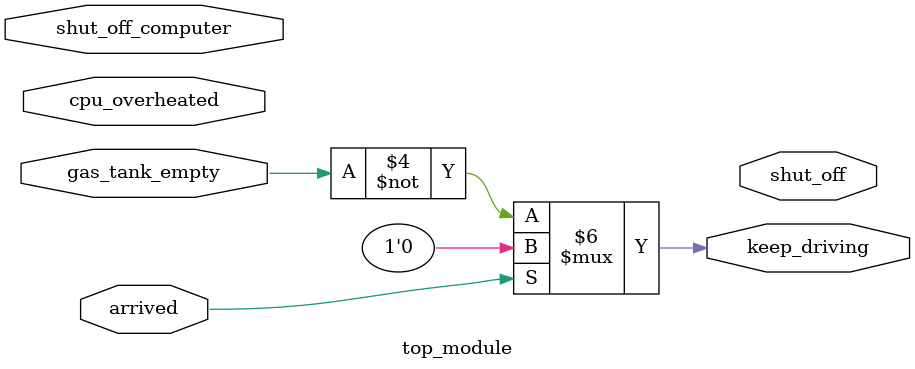
<source format=sv>
module top_module (
    input cpu_overheated,
    input arrived,
    input gas_tank_empty,
    input shut_off_computer,
    output reg keep_driving,
    output reg shut_off
);

    always @(cpu_overheated) begin
        if (cpu_overheated) begin
            shut_off_computer = 1;
        end else begin
            shut_off_computer = 0;
        end
    end

    always @(arrived, gas_tank_empty) begin
        if (!arrived) begin
            keep_driving = ~gas_tank_empty;
        end else begin
            keep_driving = 0;
        end
    end

endmodule

</source>
